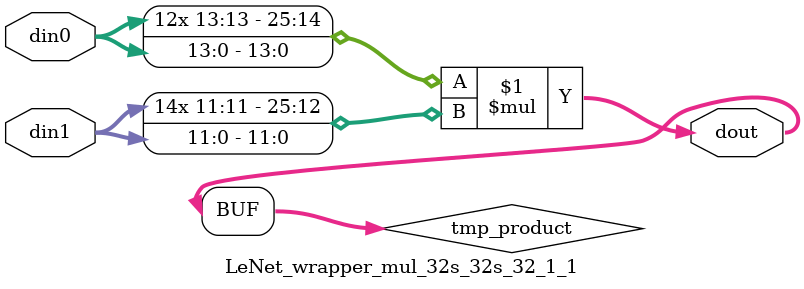
<source format=v>

`timescale 1 ns / 1 ps

  (* use_dsp = "no" *)  module LeNet_wrapper_mul_32s_32s_32_1_1(din0, din1, dout);
parameter ID = 1;
parameter NUM_STAGE = 0;
parameter din0_WIDTH = 14;
parameter din1_WIDTH = 12;
parameter dout_WIDTH = 26;

input [din0_WIDTH - 1 : 0] din0; 
input [din1_WIDTH - 1 : 0] din1; 
output [dout_WIDTH - 1 : 0] dout;

wire signed [dout_WIDTH - 1 : 0] tmp_product;













assign tmp_product = $signed(din0) * $signed(din1);








assign dout = tmp_product;







endmodule

</source>
